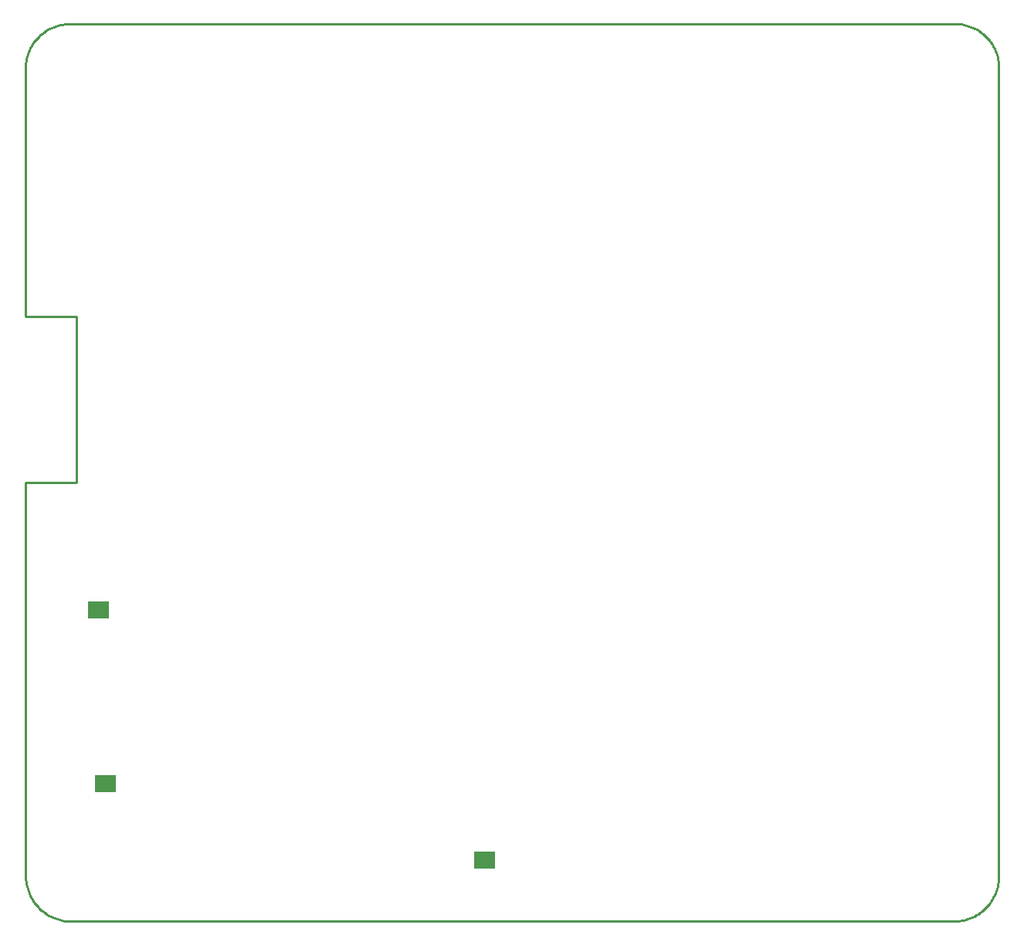
<source format=gko>
G04*
G04 #@! TF.GenerationSoftware,Altium Limited,Altium Designer,21.6.4 (81)*
G04*
G04 Layer_Color=16711935*
%FSLAX25Y25*%
%MOIN*%
G70*
G04*
G04 #@! TF.SameCoordinates,66C397C5-0B84-4E1A-9DB0-3B2DC1B0179D*
G04*
G04*
G04 #@! TF.FilePolarity,Positive*
G04*
G01*
G75*
%ADD11C,0.01000*%
G36*
X35937Y130760D02*
X26882D01*
Y138240D01*
X35937D01*
Y130760D01*
D02*
G37*
G36*
X38937Y55760D02*
X29882D01*
Y63240D01*
X38937D01*
Y55760D01*
D02*
G37*
G36*
X202618Y22760D02*
X193563D01*
Y30240D01*
X202618D01*
Y22760D01*
D02*
G37*
D11*
X19000Y387500D02*
X18006Y387474D01*
X17014Y387396D01*
X16028Y387266D01*
X15050Y387085D01*
X14082Y386853D01*
X13129Y386570D01*
X12191Y386238D01*
X11272Y385857D01*
X10374Y385429D01*
X9500Y384955D01*
X8652Y384435D01*
X7832Y383871D01*
X7043Y383266D01*
X6286Y382620D01*
X5565Y381935D01*
X4880Y381213D01*
X4234Y380457D01*
X3629Y379668D01*
X3065Y378848D01*
X2545Y378000D01*
X2071Y377126D01*
X1643Y376228D01*
X1262Y375309D01*
X930Y374371D01*
X647Y373418D01*
X415Y372450D01*
X234Y371472D01*
X104Y370486D01*
X26Y369494D01*
X0Y368500D01*
Y20000D02*
X13Y18999D01*
X76Y18001D01*
X190Y17006D01*
X354Y16019D01*
X568Y15042D01*
X831Y14076D01*
X1143Y13125D01*
X1502Y12191D01*
X1908Y11277D01*
X2360Y10384D01*
X2857Y9515D01*
X3397Y8673D01*
X3979Y7859D01*
X4602Y7075D01*
X5263Y6324D01*
X5962Y5608D01*
X6696Y4927D01*
X7463Y4285D01*
X8262Y3683D01*
X9091Y3122D01*
X9947Y2603D01*
X10828Y2128D01*
X11732Y1699D01*
X12656Y1316D01*
X13599Y981D01*
X14558Y693D01*
X15529Y455D01*
X16512Y266D01*
X17503Y127D01*
X18500Y38D01*
X19500Y-0D01*
X420000Y368000D02*
X420013Y369016D01*
X419971Y370032D01*
X419874Y371043D01*
X419723Y372048D01*
X419517Y373043D01*
X419258Y374026D01*
X418946Y374993D01*
X418582Y375942D01*
X418167Y376870D01*
X417703Y377774D01*
X417190Y378651D01*
X416631Y379500D01*
X416026Y380317D01*
X415378Y381100D01*
X414689Y381847D01*
X413960Y382555D01*
X413194Y383223D01*
X412393Y383848D01*
X411559Y384429D01*
X410695Y384965D01*
X409804Y385452D01*
X408887Y385891D01*
X407948Y386279D01*
X406989Y386616D01*
X406013Y386900D01*
X405023Y387132D01*
X404023Y387309D01*
X403014Y387432D01*
X402000Y387500D01*
X400000Y0D02*
X400988Y-0D01*
X401975Y49D01*
X402959Y149D01*
X403936Y298D01*
X404904Y497D01*
X405861Y745D01*
X406804Y1040D01*
X407730Y1383D01*
X408639Y1773D01*
X409526Y2208D01*
X410391Y2687D01*
X411229Y3210D01*
X412041Y3774D01*
X412822Y4378D01*
X413573Y5022D01*
X414289Y5703D01*
X414970Y6419D01*
X415614Y7169D01*
X416219Y7950D01*
X416784Y8761D01*
X417307Y9600D01*
X417787Y10463D01*
X418223Y11351D01*
X418612Y12259D01*
X418956Y13185D01*
X419252Y14128D01*
X419500Y15085D01*
X419699Y16053D01*
X419849Y17030D01*
X419950Y18013D01*
X420000Y19000D01*
X0Y261156D02*
Y368500D01*
Y20000D02*
Y189500D01*
X19500Y0D02*
X400000D01*
X0Y189500D02*
X22000D01*
Y261000D01*
X156D02*
X22000D01*
X0Y261156D02*
X156Y261000D01*
X18000Y387500D02*
X402000D01*
X420000Y19000D02*
Y368000D01*
M02*

</source>
